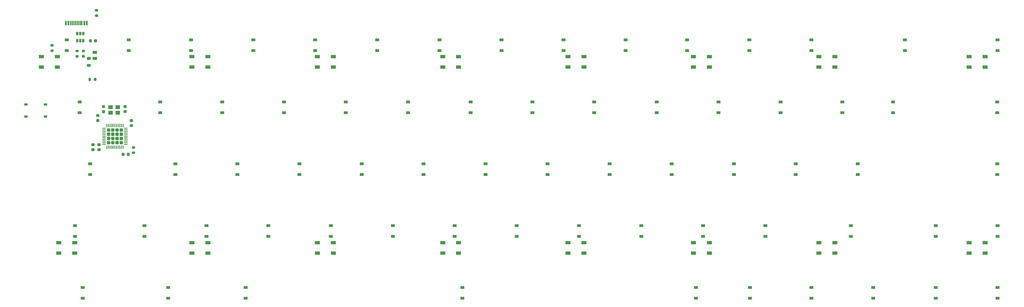
<source format=gbr>
G04 #@! TF.GenerationSoftware,KiCad,Pcbnew,(5.1.9-0-10_14)*
G04 #@! TF.CreationDate,2021-07-16T17:28:01+01:00*
G04 #@! TF.ProjectId,Draytronics-Elise-PCB V2,44726179-7472-46f6-9e69-63732d456c69,rev?*
G04 #@! TF.SameCoordinates,Original*
G04 #@! TF.FileFunction,Paste,Bot*
G04 #@! TF.FilePolarity,Positive*
%FSLAX46Y46*%
G04 Gerber Fmt 4.6, Leading zero omitted, Abs format (unit mm)*
G04 Created by KiCad (PCBNEW (5.1.9-0-10_14)) date 2021-07-16 17:28:01*
%MOMM*%
%LPD*%
G01*
G04 APERTURE LIST*
%ADD10R,1.500000X1.000000*%
%ADD11R,1.000000X0.750000*%
%ADD12R,0.600000X1.450000*%
%ADD13R,0.300000X1.450000*%
%ADD14R,1.400000X1.200000*%
%ADD15R,0.650000X1.060000*%
%ADD16R,1.200000X0.900000*%
G04 APERTURE END LIST*
G04 #@! TO.C,R6*
G36*
G01*
X47075000Y-49625000D02*
X47075000Y-50175000D01*
G75*
G02*
X46875000Y-50375000I-200000J0D01*
G01*
X46475000Y-50375000D01*
G75*
G02*
X46275000Y-50175000I0J200000D01*
G01*
X46275000Y-49625000D01*
G75*
G02*
X46475000Y-49425000I200000J0D01*
G01*
X46875000Y-49425000D01*
G75*
G02*
X47075000Y-49625000I0J-200000D01*
G01*
G37*
G36*
G01*
X48725000Y-49625000D02*
X48725000Y-50175000D01*
G75*
G02*
X48525000Y-50375000I-200000J0D01*
G01*
X48125000Y-50375000D01*
G75*
G02*
X47925000Y-50175000I0J200000D01*
G01*
X47925000Y-49625000D01*
G75*
G02*
X48125000Y-49425000I200000J0D01*
G01*
X48525000Y-49425000D01*
G75*
G02*
X48725000Y-49625000I0J-200000D01*
G01*
G37*
G04 #@! TD*
D10*
G04 #@! TO.C,D85*
X37150000Y-103400000D03*
X37150000Y-100200000D03*
X42050000Y-103400000D03*
X42050000Y-100200000D03*
G04 #@! TD*
G04 #@! TO.C,D84*
X78050000Y-103400000D03*
X78050000Y-100200000D03*
X82950000Y-103400000D03*
X82950000Y-100200000D03*
G04 #@! TD*
G04 #@! TO.C,D83*
X121450000Y-100200000D03*
X121450000Y-103400000D03*
X116550000Y-100200000D03*
X116550000Y-103400000D03*
G04 #@! TD*
G04 #@! TO.C,D82*
X159950000Y-100200000D03*
X159950000Y-103400000D03*
X155050000Y-100200000D03*
X155050000Y-103400000D03*
G04 #@! TD*
G04 #@! TO.C,D81*
X193550000Y-103400000D03*
X193550000Y-100200000D03*
X198450000Y-103400000D03*
X198450000Y-100200000D03*
G04 #@! TD*
G04 #@! TO.C,D80*
X232050000Y-103400000D03*
X232050000Y-100200000D03*
X236950000Y-103400000D03*
X236950000Y-100200000D03*
G04 #@! TD*
G04 #@! TO.C,D79*
X270550000Y-103400000D03*
X270550000Y-100200000D03*
X275450000Y-103400000D03*
X275450000Y-100200000D03*
G04 #@! TD*
G04 #@! TO.C,D78*
X316750000Y-103400000D03*
X316750000Y-100200000D03*
X321650000Y-103400000D03*
X321650000Y-100200000D03*
G04 #@! TD*
G04 #@! TO.C,D77*
X316750000Y-46100000D03*
X316750000Y-42900000D03*
X321650000Y-46100000D03*
X321650000Y-42900000D03*
G04 #@! TD*
G04 #@! TO.C,U1*
G36*
G01*
X55831800Y-65762001D02*
X55831800Y-65211999D01*
G75*
G02*
X56081799Y-64962000I249999J0D01*
G01*
X56631801Y-64962000D01*
G75*
G02*
X56881800Y-65211999I0J-249999D01*
G01*
X56881800Y-65762001D01*
G75*
G02*
X56631801Y-66012000I-249999J0D01*
G01*
X56081799Y-66012000D01*
G75*
G02*
X55831800Y-65762001I0J249999D01*
G01*
G37*
G36*
G01*
X55831800Y-67062001D02*
X55831800Y-66511999D01*
G75*
G02*
X56081799Y-66262000I249999J0D01*
G01*
X56631801Y-66262000D01*
G75*
G02*
X56881800Y-66511999I0J-249999D01*
G01*
X56881800Y-67062001D01*
G75*
G02*
X56631801Y-67312000I-249999J0D01*
G01*
X56081799Y-67312000D01*
G75*
G02*
X55831800Y-67062001I0J249999D01*
G01*
G37*
G36*
G01*
X55831800Y-68362001D02*
X55831800Y-67811999D01*
G75*
G02*
X56081799Y-67562000I249999J0D01*
G01*
X56631801Y-67562000D01*
G75*
G02*
X56881800Y-67811999I0J-249999D01*
G01*
X56881800Y-68362001D01*
G75*
G02*
X56631801Y-68612000I-249999J0D01*
G01*
X56081799Y-68612000D01*
G75*
G02*
X55831800Y-68362001I0J249999D01*
G01*
G37*
G36*
G01*
X55831800Y-69662001D02*
X55831800Y-69111999D01*
G75*
G02*
X56081799Y-68862000I249999J0D01*
G01*
X56631801Y-68862000D01*
G75*
G02*
X56881800Y-69111999I0J-249999D01*
G01*
X56881800Y-69662001D01*
G75*
G02*
X56631801Y-69912000I-249999J0D01*
G01*
X56081799Y-69912000D01*
G75*
G02*
X55831800Y-69662001I0J249999D01*
G01*
G37*
G36*
G01*
X54531800Y-65762001D02*
X54531800Y-65211999D01*
G75*
G02*
X54781799Y-64962000I249999J0D01*
G01*
X55331801Y-64962000D01*
G75*
G02*
X55581800Y-65211999I0J-249999D01*
G01*
X55581800Y-65762001D01*
G75*
G02*
X55331801Y-66012000I-249999J0D01*
G01*
X54781799Y-66012000D01*
G75*
G02*
X54531800Y-65762001I0J249999D01*
G01*
G37*
G36*
G01*
X54531800Y-67062001D02*
X54531800Y-66511999D01*
G75*
G02*
X54781799Y-66262000I249999J0D01*
G01*
X55331801Y-66262000D01*
G75*
G02*
X55581800Y-66511999I0J-249999D01*
G01*
X55581800Y-67062001D01*
G75*
G02*
X55331801Y-67312000I-249999J0D01*
G01*
X54781799Y-67312000D01*
G75*
G02*
X54531800Y-67062001I0J249999D01*
G01*
G37*
G36*
G01*
X54531800Y-68362001D02*
X54531800Y-67811999D01*
G75*
G02*
X54781799Y-67562000I249999J0D01*
G01*
X55331801Y-67562000D01*
G75*
G02*
X55581800Y-67811999I0J-249999D01*
G01*
X55581800Y-68362001D01*
G75*
G02*
X55331801Y-68612000I-249999J0D01*
G01*
X54781799Y-68612000D01*
G75*
G02*
X54531800Y-68362001I0J249999D01*
G01*
G37*
G36*
G01*
X54531800Y-69662001D02*
X54531800Y-69111999D01*
G75*
G02*
X54781799Y-68862000I249999J0D01*
G01*
X55331801Y-68862000D01*
G75*
G02*
X55581800Y-69111999I0J-249999D01*
G01*
X55581800Y-69662001D01*
G75*
G02*
X55331801Y-69912000I-249999J0D01*
G01*
X54781799Y-69912000D01*
G75*
G02*
X54531800Y-69662001I0J249999D01*
G01*
G37*
G36*
G01*
X53231800Y-65762001D02*
X53231800Y-65211999D01*
G75*
G02*
X53481799Y-64962000I249999J0D01*
G01*
X54031801Y-64962000D01*
G75*
G02*
X54281800Y-65211999I0J-249999D01*
G01*
X54281800Y-65762001D01*
G75*
G02*
X54031801Y-66012000I-249999J0D01*
G01*
X53481799Y-66012000D01*
G75*
G02*
X53231800Y-65762001I0J249999D01*
G01*
G37*
G36*
G01*
X53231800Y-67062001D02*
X53231800Y-66511999D01*
G75*
G02*
X53481799Y-66262000I249999J0D01*
G01*
X54031801Y-66262000D01*
G75*
G02*
X54281800Y-66511999I0J-249999D01*
G01*
X54281800Y-67062001D01*
G75*
G02*
X54031801Y-67312000I-249999J0D01*
G01*
X53481799Y-67312000D01*
G75*
G02*
X53231800Y-67062001I0J249999D01*
G01*
G37*
G36*
G01*
X53231800Y-68362001D02*
X53231800Y-67811999D01*
G75*
G02*
X53481799Y-67562000I249999J0D01*
G01*
X54031801Y-67562000D01*
G75*
G02*
X54281800Y-67811999I0J-249999D01*
G01*
X54281800Y-68362001D01*
G75*
G02*
X54031801Y-68612000I-249999J0D01*
G01*
X53481799Y-68612000D01*
G75*
G02*
X53231800Y-68362001I0J249999D01*
G01*
G37*
G36*
G01*
X53231800Y-69662001D02*
X53231800Y-69111999D01*
G75*
G02*
X53481799Y-68862000I249999J0D01*
G01*
X54031801Y-68862000D01*
G75*
G02*
X54281800Y-69111999I0J-249999D01*
G01*
X54281800Y-69662001D01*
G75*
G02*
X54031801Y-69912000I-249999J0D01*
G01*
X53481799Y-69912000D01*
G75*
G02*
X53231800Y-69662001I0J249999D01*
G01*
G37*
G36*
G01*
X51931800Y-65762001D02*
X51931800Y-65211999D01*
G75*
G02*
X52181799Y-64962000I249999J0D01*
G01*
X52731801Y-64962000D01*
G75*
G02*
X52981800Y-65211999I0J-249999D01*
G01*
X52981800Y-65762001D01*
G75*
G02*
X52731801Y-66012000I-249999J0D01*
G01*
X52181799Y-66012000D01*
G75*
G02*
X51931800Y-65762001I0J249999D01*
G01*
G37*
G36*
G01*
X51931800Y-67062001D02*
X51931800Y-66511999D01*
G75*
G02*
X52181799Y-66262000I249999J0D01*
G01*
X52731801Y-66262000D01*
G75*
G02*
X52981800Y-66511999I0J-249999D01*
G01*
X52981800Y-67062001D01*
G75*
G02*
X52731801Y-67312000I-249999J0D01*
G01*
X52181799Y-67312000D01*
G75*
G02*
X51931800Y-67062001I0J249999D01*
G01*
G37*
G36*
G01*
X51931800Y-68362001D02*
X51931800Y-67811999D01*
G75*
G02*
X52181799Y-67562000I249999J0D01*
G01*
X52731801Y-67562000D01*
G75*
G02*
X52981800Y-67811999I0J-249999D01*
G01*
X52981800Y-68362001D01*
G75*
G02*
X52731801Y-68612000I-249999J0D01*
G01*
X52181799Y-68612000D01*
G75*
G02*
X51931800Y-68362001I0J249999D01*
G01*
G37*
G36*
G01*
X51931800Y-69662001D02*
X51931800Y-69111999D01*
G75*
G02*
X52181799Y-68862000I249999J0D01*
G01*
X52731801Y-68862000D01*
G75*
G02*
X52981800Y-69111999I0J-249999D01*
G01*
X52981800Y-69662001D01*
G75*
G02*
X52731801Y-69912000I-249999J0D01*
G01*
X52181799Y-69912000D01*
G75*
G02*
X51931800Y-69662001I0J249999D01*
G01*
G37*
G36*
G01*
X51781800Y-71249500D02*
X51781800Y-70299500D01*
G75*
G02*
X51844300Y-70237000I62500J0D01*
G01*
X51969300Y-70237000D01*
G75*
G02*
X52031800Y-70299500I0J-62500D01*
G01*
X52031800Y-71249500D01*
G75*
G02*
X51969300Y-71312000I-62500J0D01*
G01*
X51844300Y-71312000D01*
G75*
G02*
X51781800Y-71249500I0J62500D01*
G01*
G37*
G36*
G01*
X52281800Y-71249500D02*
X52281800Y-70299500D01*
G75*
G02*
X52344300Y-70237000I62500J0D01*
G01*
X52469300Y-70237000D01*
G75*
G02*
X52531800Y-70299500I0J-62500D01*
G01*
X52531800Y-71249500D01*
G75*
G02*
X52469300Y-71312000I-62500J0D01*
G01*
X52344300Y-71312000D01*
G75*
G02*
X52281800Y-71249500I0J62500D01*
G01*
G37*
G36*
G01*
X52781800Y-71249500D02*
X52781800Y-70299500D01*
G75*
G02*
X52844300Y-70237000I62500J0D01*
G01*
X52969300Y-70237000D01*
G75*
G02*
X53031800Y-70299500I0J-62500D01*
G01*
X53031800Y-71249500D01*
G75*
G02*
X52969300Y-71312000I-62500J0D01*
G01*
X52844300Y-71312000D01*
G75*
G02*
X52781800Y-71249500I0J62500D01*
G01*
G37*
G36*
G01*
X53281800Y-71249500D02*
X53281800Y-70299500D01*
G75*
G02*
X53344300Y-70237000I62500J0D01*
G01*
X53469300Y-70237000D01*
G75*
G02*
X53531800Y-70299500I0J-62500D01*
G01*
X53531800Y-71249500D01*
G75*
G02*
X53469300Y-71312000I-62500J0D01*
G01*
X53344300Y-71312000D01*
G75*
G02*
X53281800Y-71249500I0J62500D01*
G01*
G37*
G36*
G01*
X53781800Y-71249500D02*
X53781800Y-70299500D01*
G75*
G02*
X53844300Y-70237000I62500J0D01*
G01*
X53969300Y-70237000D01*
G75*
G02*
X54031800Y-70299500I0J-62500D01*
G01*
X54031800Y-71249500D01*
G75*
G02*
X53969300Y-71312000I-62500J0D01*
G01*
X53844300Y-71312000D01*
G75*
G02*
X53781800Y-71249500I0J62500D01*
G01*
G37*
G36*
G01*
X54281800Y-71249500D02*
X54281800Y-70299500D01*
G75*
G02*
X54344300Y-70237000I62500J0D01*
G01*
X54469300Y-70237000D01*
G75*
G02*
X54531800Y-70299500I0J-62500D01*
G01*
X54531800Y-71249500D01*
G75*
G02*
X54469300Y-71312000I-62500J0D01*
G01*
X54344300Y-71312000D01*
G75*
G02*
X54281800Y-71249500I0J62500D01*
G01*
G37*
G36*
G01*
X54781800Y-71249500D02*
X54781800Y-70299500D01*
G75*
G02*
X54844300Y-70237000I62500J0D01*
G01*
X54969300Y-70237000D01*
G75*
G02*
X55031800Y-70299500I0J-62500D01*
G01*
X55031800Y-71249500D01*
G75*
G02*
X54969300Y-71312000I-62500J0D01*
G01*
X54844300Y-71312000D01*
G75*
G02*
X54781800Y-71249500I0J62500D01*
G01*
G37*
G36*
G01*
X55281800Y-71249500D02*
X55281800Y-70299500D01*
G75*
G02*
X55344300Y-70237000I62500J0D01*
G01*
X55469300Y-70237000D01*
G75*
G02*
X55531800Y-70299500I0J-62500D01*
G01*
X55531800Y-71249500D01*
G75*
G02*
X55469300Y-71312000I-62500J0D01*
G01*
X55344300Y-71312000D01*
G75*
G02*
X55281800Y-71249500I0J62500D01*
G01*
G37*
G36*
G01*
X55781800Y-71249500D02*
X55781800Y-70299500D01*
G75*
G02*
X55844300Y-70237000I62500J0D01*
G01*
X55969300Y-70237000D01*
G75*
G02*
X56031800Y-70299500I0J-62500D01*
G01*
X56031800Y-71249500D01*
G75*
G02*
X55969300Y-71312000I-62500J0D01*
G01*
X55844300Y-71312000D01*
G75*
G02*
X55781800Y-71249500I0J62500D01*
G01*
G37*
G36*
G01*
X56281800Y-71249500D02*
X56281800Y-70299500D01*
G75*
G02*
X56344300Y-70237000I62500J0D01*
G01*
X56469300Y-70237000D01*
G75*
G02*
X56531800Y-70299500I0J-62500D01*
G01*
X56531800Y-71249500D01*
G75*
G02*
X56469300Y-71312000I-62500J0D01*
G01*
X56344300Y-71312000D01*
G75*
G02*
X56281800Y-71249500I0J62500D01*
G01*
G37*
G36*
G01*
X56781800Y-71249500D02*
X56781800Y-70299500D01*
G75*
G02*
X56844300Y-70237000I62500J0D01*
G01*
X56969300Y-70237000D01*
G75*
G02*
X57031800Y-70299500I0J-62500D01*
G01*
X57031800Y-71249500D01*
G75*
G02*
X56969300Y-71312000I-62500J0D01*
G01*
X56844300Y-71312000D01*
G75*
G02*
X56781800Y-71249500I0J62500D01*
G01*
G37*
G36*
G01*
X57206800Y-69999500D02*
X57206800Y-69874500D01*
G75*
G02*
X57269300Y-69812000I62500J0D01*
G01*
X58219300Y-69812000D01*
G75*
G02*
X58281800Y-69874500I0J-62500D01*
G01*
X58281800Y-69999500D01*
G75*
G02*
X58219300Y-70062000I-62500J0D01*
G01*
X57269300Y-70062000D01*
G75*
G02*
X57206800Y-69999500I0J62500D01*
G01*
G37*
G36*
G01*
X57206800Y-69499500D02*
X57206800Y-69374500D01*
G75*
G02*
X57269300Y-69312000I62500J0D01*
G01*
X58219300Y-69312000D01*
G75*
G02*
X58281800Y-69374500I0J-62500D01*
G01*
X58281800Y-69499500D01*
G75*
G02*
X58219300Y-69562000I-62500J0D01*
G01*
X57269300Y-69562000D01*
G75*
G02*
X57206800Y-69499500I0J62500D01*
G01*
G37*
G36*
G01*
X57206800Y-68999500D02*
X57206800Y-68874500D01*
G75*
G02*
X57269300Y-68812000I62500J0D01*
G01*
X58219300Y-68812000D01*
G75*
G02*
X58281800Y-68874500I0J-62500D01*
G01*
X58281800Y-68999500D01*
G75*
G02*
X58219300Y-69062000I-62500J0D01*
G01*
X57269300Y-69062000D01*
G75*
G02*
X57206800Y-68999500I0J62500D01*
G01*
G37*
G36*
G01*
X57206800Y-68499500D02*
X57206800Y-68374500D01*
G75*
G02*
X57269300Y-68312000I62500J0D01*
G01*
X58219300Y-68312000D01*
G75*
G02*
X58281800Y-68374500I0J-62500D01*
G01*
X58281800Y-68499500D01*
G75*
G02*
X58219300Y-68562000I-62500J0D01*
G01*
X57269300Y-68562000D01*
G75*
G02*
X57206800Y-68499500I0J62500D01*
G01*
G37*
G36*
G01*
X57206800Y-67999500D02*
X57206800Y-67874500D01*
G75*
G02*
X57269300Y-67812000I62500J0D01*
G01*
X58219300Y-67812000D01*
G75*
G02*
X58281800Y-67874500I0J-62500D01*
G01*
X58281800Y-67999500D01*
G75*
G02*
X58219300Y-68062000I-62500J0D01*
G01*
X57269300Y-68062000D01*
G75*
G02*
X57206800Y-67999500I0J62500D01*
G01*
G37*
G36*
G01*
X57206800Y-67499500D02*
X57206800Y-67374500D01*
G75*
G02*
X57269300Y-67312000I62500J0D01*
G01*
X58219300Y-67312000D01*
G75*
G02*
X58281800Y-67374500I0J-62500D01*
G01*
X58281800Y-67499500D01*
G75*
G02*
X58219300Y-67562000I-62500J0D01*
G01*
X57269300Y-67562000D01*
G75*
G02*
X57206800Y-67499500I0J62500D01*
G01*
G37*
G36*
G01*
X57206800Y-66999500D02*
X57206800Y-66874500D01*
G75*
G02*
X57269300Y-66812000I62500J0D01*
G01*
X58219300Y-66812000D01*
G75*
G02*
X58281800Y-66874500I0J-62500D01*
G01*
X58281800Y-66999500D01*
G75*
G02*
X58219300Y-67062000I-62500J0D01*
G01*
X57269300Y-67062000D01*
G75*
G02*
X57206800Y-66999500I0J62500D01*
G01*
G37*
G36*
G01*
X57206800Y-66499500D02*
X57206800Y-66374500D01*
G75*
G02*
X57269300Y-66312000I62500J0D01*
G01*
X58219300Y-66312000D01*
G75*
G02*
X58281800Y-66374500I0J-62500D01*
G01*
X58281800Y-66499500D01*
G75*
G02*
X58219300Y-66562000I-62500J0D01*
G01*
X57269300Y-66562000D01*
G75*
G02*
X57206800Y-66499500I0J62500D01*
G01*
G37*
G36*
G01*
X57206800Y-65999500D02*
X57206800Y-65874500D01*
G75*
G02*
X57269300Y-65812000I62500J0D01*
G01*
X58219300Y-65812000D01*
G75*
G02*
X58281800Y-65874500I0J-62500D01*
G01*
X58281800Y-65999500D01*
G75*
G02*
X58219300Y-66062000I-62500J0D01*
G01*
X57269300Y-66062000D01*
G75*
G02*
X57206800Y-65999500I0J62500D01*
G01*
G37*
G36*
G01*
X57206800Y-65499500D02*
X57206800Y-65374500D01*
G75*
G02*
X57269300Y-65312000I62500J0D01*
G01*
X58219300Y-65312000D01*
G75*
G02*
X58281800Y-65374500I0J-62500D01*
G01*
X58281800Y-65499500D01*
G75*
G02*
X58219300Y-65562000I-62500J0D01*
G01*
X57269300Y-65562000D01*
G75*
G02*
X57206800Y-65499500I0J62500D01*
G01*
G37*
G36*
G01*
X57206800Y-64999500D02*
X57206800Y-64874500D01*
G75*
G02*
X57269300Y-64812000I62500J0D01*
G01*
X58219300Y-64812000D01*
G75*
G02*
X58281800Y-64874500I0J-62500D01*
G01*
X58281800Y-64999500D01*
G75*
G02*
X58219300Y-65062000I-62500J0D01*
G01*
X57269300Y-65062000D01*
G75*
G02*
X57206800Y-64999500I0J62500D01*
G01*
G37*
G36*
G01*
X56781800Y-64574500D02*
X56781800Y-63624500D01*
G75*
G02*
X56844300Y-63562000I62500J0D01*
G01*
X56969300Y-63562000D01*
G75*
G02*
X57031800Y-63624500I0J-62500D01*
G01*
X57031800Y-64574500D01*
G75*
G02*
X56969300Y-64637000I-62500J0D01*
G01*
X56844300Y-64637000D01*
G75*
G02*
X56781800Y-64574500I0J62500D01*
G01*
G37*
G36*
G01*
X56281800Y-64574500D02*
X56281800Y-63624500D01*
G75*
G02*
X56344300Y-63562000I62500J0D01*
G01*
X56469300Y-63562000D01*
G75*
G02*
X56531800Y-63624500I0J-62500D01*
G01*
X56531800Y-64574500D01*
G75*
G02*
X56469300Y-64637000I-62500J0D01*
G01*
X56344300Y-64637000D01*
G75*
G02*
X56281800Y-64574500I0J62500D01*
G01*
G37*
G36*
G01*
X55781800Y-64574500D02*
X55781800Y-63624500D01*
G75*
G02*
X55844300Y-63562000I62500J0D01*
G01*
X55969300Y-63562000D01*
G75*
G02*
X56031800Y-63624500I0J-62500D01*
G01*
X56031800Y-64574500D01*
G75*
G02*
X55969300Y-64637000I-62500J0D01*
G01*
X55844300Y-64637000D01*
G75*
G02*
X55781800Y-64574500I0J62500D01*
G01*
G37*
G36*
G01*
X55281800Y-64574500D02*
X55281800Y-63624500D01*
G75*
G02*
X55344300Y-63562000I62500J0D01*
G01*
X55469300Y-63562000D01*
G75*
G02*
X55531800Y-63624500I0J-62500D01*
G01*
X55531800Y-64574500D01*
G75*
G02*
X55469300Y-64637000I-62500J0D01*
G01*
X55344300Y-64637000D01*
G75*
G02*
X55281800Y-64574500I0J62500D01*
G01*
G37*
G36*
G01*
X54781800Y-64574500D02*
X54781800Y-63624500D01*
G75*
G02*
X54844300Y-63562000I62500J0D01*
G01*
X54969300Y-63562000D01*
G75*
G02*
X55031800Y-63624500I0J-62500D01*
G01*
X55031800Y-64574500D01*
G75*
G02*
X54969300Y-64637000I-62500J0D01*
G01*
X54844300Y-64637000D01*
G75*
G02*
X54781800Y-64574500I0J62500D01*
G01*
G37*
G36*
G01*
X54281800Y-64574500D02*
X54281800Y-63624500D01*
G75*
G02*
X54344300Y-63562000I62500J0D01*
G01*
X54469300Y-63562000D01*
G75*
G02*
X54531800Y-63624500I0J-62500D01*
G01*
X54531800Y-64574500D01*
G75*
G02*
X54469300Y-64637000I-62500J0D01*
G01*
X54344300Y-64637000D01*
G75*
G02*
X54281800Y-64574500I0J62500D01*
G01*
G37*
G36*
G01*
X53781800Y-64574500D02*
X53781800Y-63624500D01*
G75*
G02*
X53844300Y-63562000I62500J0D01*
G01*
X53969300Y-63562000D01*
G75*
G02*
X54031800Y-63624500I0J-62500D01*
G01*
X54031800Y-64574500D01*
G75*
G02*
X53969300Y-64637000I-62500J0D01*
G01*
X53844300Y-64637000D01*
G75*
G02*
X53781800Y-64574500I0J62500D01*
G01*
G37*
G36*
G01*
X53281800Y-64574500D02*
X53281800Y-63624500D01*
G75*
G02*
X53344300Y-63562000I62500J0D01*
G01*
X53469300Y-63562000D01*
G75*
G02*
X53531800Y-63624500I0J-62500D01*
G01*
X53531800Y-64574500D01*
G75*
G02*
X53469300Y-64637000I-62500J0D01*
G01*
X53344300Y-64637000D01*
G75*
G02*
X53281800Y-64574500I0J62500D01*
G01*
G37*
G36*
G01*
X52781800Y-64574500D02*
X52781800Y-63624500D01*
G75*
G02*
X52844300Y-63562000I62500J0D01*
G01*
X52969300Y-63562000D01*
G75*
G02*
X53031800Y-63624500I0J-62500D01*
G01*
X53031800Y-64574500D01*
G75*
G02*
X52969300Y-64637000I-62500J0D01*
G01*
X52844300Y-64637000D01*
G75*
G02*
X52781800Y-64574500I0J62500D01*
G01*
G37*
G36*
G01*
X52281800Y-64574500D02*
X52281800Y-63624500D01*
G75*
G02*
X52344300Y-63562000I62500J0D01*
G01*
X52469300Y-63562000D01*
G75*
G02*
X52531800Y-63624500I0J-62500D01*
G01*
X52531800Y-64574500D01*
G75*
G02*
X52469300Y-64637000I-62500J0D01*
G01*
X52344300Y-64637000D01*
G75*
G02*
X52281800Y-64574500I0J62500D01*
G01*
G37*
G36*
G01*
X51781800Y-64574500D02*
X51781800Y-63624500D01*
G75*
G02*
X51844300Y-63562000I62500J0D01*
G01*
X51969300Y-63562000D01*
G75*
G02*
X52031800Y-63624500I0J-62500D01*
G01*
X52031800Y-64574500D01*
G75*
G02*
X51969300Y-64637000I-62500J0D01*
G01*
X51844300Y-64637000D01*
G75*
G02*
X51781800Y-64574500I0J62500D01*
G01*
G37*
G36*
G01*
X50531800Y-64999500D02*
X50531800Y-64874500D01*
G75*
G02*
X50594300Y-64812000I62500J0D01*
G01*
X51544300Y-64812000D01*
G75*
G02*
X51606800Y-64874500I0J-62500D01*
G01*
X51606800Y-64999500D01*
G75*
G02*
X51544300Y-65062000I-62500J0D01*
G01*
X50594300Y-65062000D01*
G75*
G02*
X50531800Y-64999500I0J62500D01*
G01*
G37*
G36*
G01*
X50531800Y-65499500D02*
X50531800Y-65374500D01*
G75*
G02*
X50594300Y-65312000I62500J0D01*
G01*
X51544300Y-65312000D01*
G75*
G02*
X51606800Y-65374500I0J-62500D01*
G01*
X51606800Y-65499500D01*
G75*
G02*
X51544300Y-65562000I-62500J0D01*
G01*
X50594300Y-65562000D01*
G75*
G02*
X50531800Y-65499500I0J62500D01*
G01*
G37*
G36*
G01*
X50531800Y-65999500D02*
X50531800Y-65874500D01*
G75*
G02*
X50594300Y-65812000I62500J0D01*
G01*
X51544300Y-65812000D01*
G75*
G02*
X51606800Y-65874500I0J-62500D01*
G01*
X51606800Y-65999500D01*
G75*
G02*
X51544300Y-66062000I-62500J0D01*
G01*
X50594300Y-66062000D01*
G75*
G02*
X50531800Y-65999500I0J62500D01*
G01*
G37*
G36*
G01*
X50531800Y-66499500D02*
X50531800Y-66374500D01*
G75*
G02*
X50594300Y-66312000I62500J0D01*
G01*
X51544300Y-66312000D01*
G75*
G02*
X51606800Y-66374500I0J-62500D01*
G01*
X51606800Y-66499500D01*
G75*
G02*
X51544300Y-66562000I-62500J0D01*
G01*
X50594300Y-66562000D01*
G75*
G02*
X50531800Y-66499500I0J62500D01*
G01*
G37*
G36*
G01*
X50531800Y-66999500D02*
X50531800Y-66874500D01*
G75*
G02*
X50594300Y-66812000I62500J0D01*
G01*
X51544300Y-66812000D01*
G75*
G02*
X51606800Y-66874500I0J-62500D01*
G01*
X51606800Y-66999500D01*
G75*
G02*
X51544300Y-67062000I-62500J0D01*
G01*
X50594300Y-67062000D01*
G75*
G02*
X50531800Y-66999500I0J62500D01*
G01*
G37*
G36*
G01*
X50531800Y-67499500D02*
X50531800Y-67374500D01*
G75*
G02*
X50594300Y-67312000I62500J0D01*
G01*
X51544300Y-67312000D01*
G75*
G02*
X51606800Y-67374500I0J-62500D01*
G01*
X51606800Y-67499500D01*
G75*
G02*
X51544300Y-67562000I-62500J0D01*
G01*
X50594300Y-67562000D01*
G75*
G02*
X50531800Y-67499500I0J62500D01*
G01*
G37*
G36*
G01*
X50531800Y-67999500D02*
X50531800Y-67874500D01*
G75*
G02*
X50594300Y-67812000I62500J0D01*
G01*
X51544300Y-67812000D01*
G75*
G02*
X51606800Y-67874500I0J-62500D01*
G01*
X51606800Y-67999500D01*
G75*
G02*
X51544300Y-68062000I-62500J0D01*
G01*
X50594300Y-68062000D01*
G75*
G02*
X50531800Y-67999500I0J62500D01*
G01*
G37*
G36*
G01*
X50531800Y-68499500D02*
X50531800Y-68374500D01*
G75*
G02*
X50594300Y-68312000I62500J0D01*
G01*
X51544300Y-68312000D01*
G75*
G02*
X51606800Y-68374500I0J-62500D01*
G01*
X51606800Y-68499500D01*
G75*
G02*
X51544300Y-68562000I-62500J0D01*
G01*
X50594300Y-68562000D01*
G75*
G02*
X50531800Y-68499500I0J62500D01*
G01*
G37*
G36*
G01*
X50531800Y-68999500D02*
X50531800Y-68874500D01*
G75*
G02*
X50594300Y-68812000I62500J0D01*
G01*
X51544300Y-68812000D01*
G75*
G02*
X51606800Y-68874500I0J-62500D01*
G01*
X51606800Y-68999500D01*
G75*
G02*
X51544300Y-69062000I-62500J0D01*
G01*
X50594300Y-69062000D01*
G75*
G02*
X50531800Y-68999500I0J62500D01*
G01*
G37*
G36*
G01*
X50531800Y-69499500D02*
X50531800Y-69374500D01*
G75*
G02*
X50594300Y-69312000I62500J0D01*
G01*
X51544300Y-69312000D01*
G75*
G02*
X51606800Y-69374500I0J-62500D01*
G01*
X51606800Y-69499500D01*
G75*
G02*
X51544300Y-69562000I-62500J0D01*
G01*
X50594300Y-69562000D01*
G75*
G02*
X50531800Y-69499500I0J62500D01*
G01*
G37*
G36*
G01*
X50531800Y-69999500D02*
X50531800Y-69874500D01*
G75*
G02*
X50594300Y-69812000I62500J0D01*
G01*
X51544300Y-69812000D01*
G75*
G02*
X51606800Y-69874500I0J-62500D01*
G01*
X51606800Y-69999500D01*
G75*
G02*
X51544300Y-70062000I-62500J0D01*
G01*
X50594300Y-70062000D01*
G75*
G02*
X50531800Y-69999500I0J62500D01*
G01*
G37*
G04 #@! TD*
D11*
G04 #@! TO.C,SW1*
X33100000Y-61350000D03*
X27100000Y-61350000D03*
X27100000Y-57600000D03*
X33100000Y-57600000D03*
G04 #@! TD*
D10*
G04 #@! TO.C,D76*
X270550000Y-46100000D03*
X270550000Y-42900000D03*
X275450000Y-46100000D03*
X275450000Y-42900000D03*
G04 #@! TD*
G04 #@! TO.C,D75*
X232050000Y-46100000D03*
X232050000Y-42900000D03*
X236950000Y-46100000D03*
X236950000Y-42900000D03*
G04 #@! TD*
G04 #@! TO.C,D74*
X193550000Y-46100000D03*
X193550000Y-42900000D03*
X198450000Y-46100000D03*
X198450000Y-42900000D03*
G04 #@! TD*
G04 #@! TO.C,D73*
X155050000Y-46100000D03*
X155050000Y-42900000D03*
X159950000Y-46100000D03*
X159950000Y-42900000D03*
G04 #@! TD*
G04 #@! TO.C,D72*
X116550000Y-46100000D03*
X116550000Y-42900000D03*
X121450000Y-46100000D03*
X121450000Y-42900000D03*
G04 #@! TD*
G04 #@! TO.C,D71*
X78050000Y-46100000D03*
X78050000Y-42900000D03*
X82950000Y-46100000D03*
X82950000Y-42900000D03*
G04 #@! TD*
G04 #@! TO.C,D70*
X31850000Y-46100000D03*
X31850000Y-42900000D03*
X36750000Y-46100000D03*
X36750000Y-42900000D03*
G04 #@! TD*
D12*
G04 #@! TO.C,USB1*
X45769800Y-32545600D03*
X39319800Y-32545600D03*
X44994800Y-32545600D03*
X40094800Y-32545600D03*
D13*
X40794800Y-32545600D03*
X44294800Y-32545600D03*
X41294800Y-32545600D03*
X43794800Y-32545600D03*
X41794800Y-32545600D03*
X43294800Y-32545600D03*
X42794800Y-32545600D03*
X42294800Y-32545600D03*
G04 #@! TD*
D14*
G04 #@! TO.C,Y1*
X55301060Y-58425980D03*
X53101060Y-58425980D03*
X53101060Y-60125980D03*
X55301060Y-60125980D03*
G04 #@! TD*
D15*
G04 #@! TO.C,U2*
X43743880Y-37980800D03*
X42793880Y-37980800D03*
X44693880Y-37980800D03*
X44693880Y-35780800D03*
X43743880Y-35780800D03*
X42793880Y-35780800D03*
G04 #@! TD*
G04 #@! TO.C,R5*
G36*
G01*
X48480300Y-29858520D02*
X49030300Y-29858520D01*
G75*
G02*
X49230300Y-30058520I0J-200000D01*
G01*
X49230300Y-30458520D01*
G75*
G02*
X49030300Y-30658520I-200000J0D01*
G01*
X48480300Y-30658520D01*
G75*
G02*
X48280300Y-30458520I0J200000D01*
G01*
X48280300Y-30058520D01*
G75*
G02*
X48480300Y-29858520I200000J0D01*
G01*
G37*
G36*
G01*
X48480300Y-28208520D02*
X49030300Y-28208520D01*
G75*
G02*
X49230300Y-28408520I0J-200000D01*
G01*
X49230300Y-28808520D01*
G75*
G02*
X49030300Y-29008520I-200000J0D01*
G01*
X48480300Y-29008520D01*
G75*
G02*
X48280300Y-28808520I0J200000D01*
G01*
X48280300Y-28408520D01*
G75*
G02*
X48480300Y-28208520I200000J0D01*
G01*
G37*
G04 #@! TD*
G04 #@! TO.C,R4*
G36*
G01*
X34817640Y-40640820D02*
X35367640Y-40640820D01*
G75*
G02*
X35567640Y-40840820I0J-200000D01*
G01*
X35567640Y-41240820D01*
G75*
G02*
X35367640Y-41440820I-200000J0D01*
G01*
X34817640Y-41440820D01*
G75*
G02*
X34617640Y-41240820I0J200000D01*
G01*
X34617640Y-40840820D01*
G75*
G02*
X34817640Y-40640820I200000J0D01*
G01*
G37*
G36*
G01*
X34817640Y-38990820D02*
X35367640Y-38990820D01*
G75*
G02*
X35567640Y-39190820I0J-200000D01*
G01*
X35567640Y-39590820D01*
G75*
G02*
X35367640Y-39790820I-200000J0D01*
G01*
X34817640Y-39790820D01*
G75*
G02*
X34617640Y-39590820I0J200000D01*
G01*
X34617640Y-39190820D01*
G75*
G02*
X34817640Y-38990820I200000J0D01*
G01*
G37*
G04 #@! TD*
G04 #@! TO.C,R3*
G36*
G01*
X44971380Y-41556120D02*
X44421380Y-41556120D01*
G75*
G02*
X44221380Y-41356120I0J200000D01*
G01*
X44221380Y-40956120D01*
G75*
G02*
X44421380Y-40756120I200000J0D01*
G01*
X44971380Y-40756120D01*
G75*
G02*
X45171380Y-40956120I0J-200000D01*
G01*
X45171380Y-41356120D01*
G75*
G02*
X44971380Y-41556120I-200000J0D01*
G01*
G37*
G36*
G01*
X44971380Y-43206120D02*
X44421380Y-43206120D01*
G75*
G02*
X44221380Y-43006120I0J200000D01*
G01*
X44221380Y-42606120D01*
G75*
G02*
X44421380Y-42406120I200000J0D01*
G01*
X44971380Y-42406120D01*
G75*
G02*
X45171380Y-42606120I0J-200000D01*
G01*
X45171380Y-43006120D01*
G75*
G02*
X44971380Y-43206120I-200000J0D01*
G01*
G37*
G04 #@! TD*
G04 #@! TO.C,R2*
G36*
G01*
X43071460Y-41551040D02*
X42521460Y-41551040D01*
G75*
G02*
X42321460Y-41351040I0J200000D01*
G01*
X42321460Y-40951040D01*
G75*
G02*
X42521460Y-40751040I200000J0D01*
G01*
X43071460Y-40751040D01*
G75*
G02*
X43271460Y-40951040I0J-200000D01*
G01*
X43271460Y-41351040D01*
G75*
G02*
X43071460Y-41551040I-200000J0D01*
G01*
G37*
G36*
G01*
X43071460Y-43201040D02*
X42521460Y-43201040D01*
G75*
G02*
X42321460Y-43001040I0J200000D01*
G01*
X42321460Y-42601040D01*
G75*
G02*
X42521460Y-42401040I200000J0D01*
G01*
X43071460Y-42401040D01*
G75*
G02*
X43271460Y-42601040I0J-200000D01*
G01*
X43271460Y-43001040D01*
G75*
G02*
X43071460Y-43201040I-200000J0D01*
G01*
G37*
G04 #@! TD*
G04 #@! TO.C,R1*
G36*
G01*
X60358700Y-71241100D02*
X59808700Y-71241100D01*
G75*
G02*
X59608700Y-71041100I0J200000D01*
G01*
X59608700Y-70641100D01*
G75*
G02*
X59808700Y-70441100I200000J0D01*
G01*
X60358700Y-70441100D01*
G75*
G02*
X60558700Y-70641100I0J-200000D01*
G01*
X60558700Y-71041100D01*
G75*
G02*
X60358700Y-71241100I-200000J0D01*
G01*
G37*
G36*
G01*
X60358700Y-72891100D02*
X59808700Y-72891100D01*
G75*
G02*
X59608700Y-72691100I0J200000D01*
G01*
X59608700Y-72291100D01*
G75*
G02*
X59808700Y-72091100I200000J0D01*
G01*
X60358700Y-72091100D01*
G75*
G02*
X60558700Y-72291100I0J-200000D01*
G01*
X60558700Y-72691100D01*
G75*
G02*
X60358700Y-72891100I-200000J0D01*
G01*
G37*
G04 #@! TD*
G04 #@! TO.C,FB1*
G36*
G01*
X45999150Y-45125800D02*
X46761650Y-45125800D01*
G75*
G02*
X46980400Y-45344550I0J-218750D01*
G01*
X46980400Y-45782050D01*
G75*
G02*
X46761650Y-46000800I-218750J0D01*
G01*
X45999150Y-46000800D01*
G75*
G02*
X45780400Y-45782050I0J218750D01*
G01*
X45780400Y-45344550D01*
G75*
G02*
X45999150Y-45125800I218750J0D01*
G01*
G37*
G36*
G01*
X45999150Y-43000800D02*
X46761650Y-43000800D01*
G75*
G02*
X46980400Y-43219550I0J-218750D01*
G01*
X46980400Y-43657050D01*
G75*
G02*
X46761650Y-43875800I-218750J0D01*
G01*
X45999150Y-43875800D01*
G75*
G02*
X45780400Y-43657050I0J218750D01*
G01*
X45780400Y-43219550D01*
G75*
G02*
X45999150Y-43000800I218750J0D01*
G01*
G37*
G04 #@! TD*
G04 #@! TO.C,F1*
G36*
G01*
X47778350Y-42944200D02*
X48690850Y-42944200D01*
G75*
G02*
X48934600Y-43187950I0J-243750D01*
G01*
X48934600Y-43675450D01*
G75*
G02*
X48690850Y-43919200I-243750J0D01*
G01*
X47778350Y-43919200D01*
G75*
G02*
X47534600Y-43675450I0J243750D01*
G01*
X47534600Y-43187950D01*
G75*
G02*
X47778350Y-42944200I243750J0D01*
G01*
G37*
G36*
G01*
X47778350Y-41069200D02*
X48690850Y-41069200D01*
G75*
G02*
X48934600Y-41312950I0J-243750D01*
G01*
X48934600Y-41800450D01*
G75*
G02*
X48690850Y-42044200I-243750J0D01*
G01*
X47778350Y-42044200D01*
G75*
G02*
X47534600Y-41800450I0J243750D01*
G01*
X47534600Y-41312950D01*
G75*
G02*
X47778350Y-41069200I243750J0D01*
G01*
G37*
G04 #@! TD*
G04 #@! TO.C,C8*
G36*
G01*
X47998260Y-38243320D02*
X47998260Y-37743320D01*
G75*
G02*
X48223260Y-37518320I225000J0D01*
G01*
X48673260Y-37518320D01*
G75*
G02*
X48898260Y-37743320I0J-225000D01*
G01*
X48898260Y-38243320D01*
G75*
G02*
X48673260Y-38468320I-225000J0D01*
G01*
X48223260Y-38468320D01*
G75*
G02*
X47998260Y-38243320I0J225000D01*
G01*
G37*
G36*
G01*
X46448260Y-38243320D02*
X46448260Y-37743320D01*
G75*
G02*
X46673260Y-37518320I225000J0D01*
G01*
X47123260Y-37518320D01*
G75*
G02*
X47348260Y-37743320I0J-225000D01*
G01*
X47348260Y-38243320D01*
G75*
G02*
X47123260Y-38468320I-225000J0D01*
G01*
X46673260Y-38468320D01*
G75*
G02*
X46448260Y-38243320I0J225000D01*
G01*
G37*
G04 #@! TD*
G04 #@! TO.C,C7*
G36*
G01*
X47400400Y-71114800D02*
X47900400Y-71114800D01*
G75*
G02*
X48125400Y-71339800I0J-225000D01*
G01*
X48125400Y-71789800D01*
G75*
G02*
X47900400Y-72014800I-225000J0D01*
G01*
X47400400Y-72014800D01*
G75*
G02*
X47175400Y-71789800I0J225000D01*
G01*
X47175400Y-71339800D01*
G75*
G02*
X47400400Y-71114800I225000J0D01*
G01*
G37*
G36*
G01*
X47400400Y-69564800D02*
X47900400Y-69564800D01*
G75*
G02*
X48125400Y-69789800I0J-225000D01*
G01*
X48125400Y-70239800D01*
G75*
G02*
X47900400Y-70464800I-225000J0D01*
G01*
X47400400Y-70464800D01*
G75*
G02*
X47175400Y-70239800I0J225000D01*
G01*
X47175400Y-69789800D01*
G75*
G02*
X47400400Y-69564800I225000J0D01*
G01*
G37*
G04 #@! TD*
G04 #@! TO.C,C6*
G36*
G01*
X57291160Y-59372380D02*
X57791160Y-59372380D01*
G75*
G02*
X58016160Y-59597380I0J-225000D01*
G01*
X58016160Y-60047380D01*
G75*
G02*
X57791160Y-60272380I-225000J0D01*
G01*
X57291160Y-60272380D01*
G75*
G02*
X57066160Y-60047380I0J225000D01*
G01*
X57066160Y-59597380D01*
G75*
G02*
X57291160Y-59372380I225000J0D01*
G01*
G37*
G36*
G01*
X57291160Y-57822380D02*
X57791160Y-57822380D01*
G75*
G02*
X58016160Y-58047380I0J-225000D01*
G01*
X58016160Y-58497380D01*
G75*
G02*
X57791160Y-58722380I-225000J0D01*
G01*
X57291160Y-58722380D01*
G75*
G02*
X57066160Y-58497380I0J225000D01*
G01*
X57066160Y-58047380D01*
G75*
G02*
X57291160Y-57822380I225000J0D01*
G01*
G37*
G04 #@! TD*
G04 #@! TO.C,C5*
G36*
G01*
X51143980Y-58737620D02*
X50643980Y-58737620D01*
G75*
G02*
X50418980Y-58512620I0J225000D01*
G01*
X50418980Y-58062620D01*
G75*
G02*
X50643980Y-57837620I225000J0D01*
G01*
X51143980Y-57837620D01*
G75*
G02*
X51368980Y-58062620I0J-225000D01*
G01*
X51368980Y-58512620D01*
G75*
G02*
X51143980Y-58737620I-225000J0D01*
G01*
G37*
G36*
G01*
X51143980Y-60287620D02*
X50643980Y-60287620D01*
G75*
G02*
X50418980Y-60062620I0J225000D01*
G01*
X50418980Y-59612620D01*
G75*
G02*
X50643980Y-59387620I225000J0D01*
G01*
X51143980Y-59387620D01*
G75*
G02*
X51368980Y-59612620I0J-225000D01*
G01*
X51368980Y-60062620D01*
G75*
G02*
X51143980Y-60287620I-225000J0D01*
G01*
G37*
G04 #@! TD*
G04 #@! TO.C,C4*
G36*
G01*
X57371100Y-72724200D02*
X57371100Y-73224200D01*
G75*
G02*
X57146100Y-73449200I-225000J0D01*
G01*
X56696100Y-73449200D01*
G75*
G02*
X56471100Y-73224200I0J225000D01*
G01*
X56471100Y-72724200D01*
G75*
G02*
X56696100Y-72499200I225000J0D01*
G01*
X57146100Y-72499200D01*
G75*
G02*
X57371100Y-72724200I0J-225000D01*
G01*
G37*
G36*
G01*
X58921100Y-72724200D02*
X58921100Y-73224200D01*
G75*
G02*
X58696100Y-73449200I-225000J0D01*
G01*
X58246100Y-73449200D01*
G75*
G02*
X58021100Y-73224200I0J225000D01*
G01*
X58021100Y-72724200D01*
G75*
G02*
X58246100Y-72499200I225000J0D01*
G01*
X58696100Y-72499200D01*
G75*
G02*
X58921100Y-72724200I0J-225000D01*
G01*
G37*
G04 #@! TD*
G04 #@! TO.C,C3*
G36*
G01*
X59711400Y-63035300D02*
X59211400Y-63035300D01*
G75*
G02*
X58986400Y-62810300I0J225000D01*
G01*
X58986400Y-62360300D01*
G75*
G02*
X59211400Y-62135300I225000J0D01*
G01*
X59711400Y-62135300D01*
G75*
G02*
X59936400Y-62360300I0J-225000D01*
G01*
X59936400Y-62810300D01*
G75*
G02*
X59711400Y-63035300I-225000J0D01*
G01*
G37*
G36*
G01*
X59711400Y-64585300D02*
X59211400Y-64585300D01*
G75*
G02*
X58986400Y-64360300I0J225000D01*
G01*
X58986400Y-63910300D01*
G75*
G02*
X59211400Y-63685300I225000J0D01*
G01*
X59711400Y-63685300D01*
G75*
G02*
X59936400Y-63910300I0J-225000D01*
G01*
X59936400Y-64360300D01*
G75*
G02*
X59711400Y-64585300I-225000J0D01*
G01*
G37*
G04 #@! TD*
G04 #@! TO.C,C2*
G36*
G01*
X49399000Y-61460500D02*
X48899000Y-61460500D01*
G75*
G02*
X48674000Y-61235500I0J225000D01*
G01*
X48674000Y-60785500D01*
G75*
G02*
X48899000Y-60560500I225000J0D01*
G01*
X49399000Y-60560500D01*
G75*
G02*
X49624000Y-60785500I0J-225000D01*
G01*
X49624000Y-61235500D01*
G75*
G02*
X49399000Y-61460500I-225000J0D01*
G01*
G37*
G36*
G01*
X49399000Y-63010500D02*
X48899000Y-63010500D01*
G75*
G02*
X48674000Y-62785500I0J225000D01*
G01*
X48674000Y-62335500D01*
G75*
G02*
X48899000Y-62110500I225000J0D01*
G01*
X49399000Y-62110500D01*
G75*
G02*
X49624000Y-62335500I0J-225000D01*
G01*
X49624000Y-62785500D01*
G75*
G02*
X49399000Y-63010500I-225000J0D01*
G01*
G37*
G04 #@! TD*
G04 #@! TO.C,C1*
G36*
G01*
X49267300Y-71102100D02*
X49767300Y-71102100D01*
G75*
G02*
X49992300Y-71327100I0J-225000D01*
G01*
X49992300Y-71777100D01*
G75*
G02*
X49767300Y-72002100I-225000J0D01*
G01*
X49267300Y-72002100D01*
G75*
G02*
X49042300Y-71777100I0J225000D01*
G01*
X49042300Y-71327100D01*
G75*
G02*
X49267300Y-71102100I225000J0D01*
G01*
G37*
G36*
G01*
X49267300Y-69552100D02*
X49767300Y-69552100D01*
G75*
G02*
X49992300Y-69777100I0J-225000D01*
G01*
X49992300Y-70227100D01*
G75*
G02*
X49767300Y-70452100I-225000J0D01*
G01*
X49267300Y-70452100D01*
G75*
G02*
X49042300Y-70227100I0J225000D01*
G01*
X49042300Y-69777100D01*
G75*
G02*
X49267300Y-69552100I225000J0D01*
G01*
G37*
G04 #@! TD*
D16*
G04 #@! TO.C,D69*
X325424800Y-114008900D03*
X325424800Y-117308900D03*
G04 #@! TD*
G04 #@! TO.C,D68*
X306463700Y-114008900D03*
X306463700Y-117308900D03*
G04 #@! TD*
G04 #@! TO.C,D67*
X287274000Y-114008900D03*
X287274000Y-117308900D03*
G04 #@! TD*
G04 #@! TO.C,D66*
X268287500Y-114008900D03*
X268287500Y-117308900D03*
G04 #@! TD*
G04 #@! TO.C,D65*
X249415300Y-114008900D03*
X249415300Y-117308900D03*
G04 #@! TD*
G04 #@! TO.C,D64*
X232778300Y-114008900D03*
X232778300Y-117308900D03*
G04 #@! TD*
G04 #@! TO.C,D63*
X161137600Y-114008900D03*
X161137600Y-117308900D03*
G04 #@! TD*
G04 #@! TO.C,D62*
X94589600Y-114008900D03*
X94589600Y-117308900D03*
G04 #@! TD*
G04 #@! TO.C,D61*
X70726300Y-114008900D03*
X70726300Y-117308900D03*
G04 #@! TD*
G04 #@! TO.C,D60*
X44475400Y-114008900D03*
X44475400Y-117308900D03*
G04 #@! TD*
G04 #@! TO.C,D59*
X325462900Y-94971600D03*
X325462900Y-98271600D03*
G04 #@! TD*
G04 #@! TO.C,D58*
X306438300Y-94971600D03*
X306438300Y-98271600D03*
G04 #@! TD*
G04 #@! TO.C,D57*
X280428700Y-94971600D03*
X280428700Y-98271600D03*
G04 #@! TD*
G04 #@! TO.C,D56*
X254127000Y-94971600D03*
X254127000Y-98271600D03*
G04 #@! TD*
G04 #@! TO.C,D55*
X234975400Y-94971600D03*
X234975400Y-98271600D03*
G04 #@! TD*
G04 #@! TO.C,D54*
X216052400Y-94971600D03*
X216052400Y-98271600D03*
G04 #@! TD*
G04 #@! TO.C,D53*
X196938900Y-94971600D03*
X196938900Y-98271600D03*
G04 #@! TD*
G04 #@! TO.C,D52*
X177761900Y-94971600D03*
X177761900Y-98271600D03*
G04 #@! TD*
G04 #@! TO.C,D51*
X158711900Y-94971600D03*
X158711900Y-98271600D03*
G04 #@! TD*
G04 #@! TO.C,D50*
X139788900Y-94971600D03*
X139788900Y-98271600D03*
G04 #@! TD*
G04 #@! TO.C,D49*
X120738900Y-94971600D03*
X120738900Y-98271600D03*
G04 #@! TD*
G04 #@! TO.C,D48*
X101511100Y-94971600D03*
X101511100Y-98271600D03*
G04 #@! TD*
G04 #@! TO.C,D47*
X82550000Y-94971600D03*
X82550000Y-98271600D03*
G04 #@! TD*
G04 #@! TO.C,D46*
X63512700Y-94971600D03*
X63512700Y-98271600D03*
G04 #@! TD*
G04 #@! TO.C,D45*
X42100500Y-94971600D03*
X42100500Y-98271600D03*
G04 #@! TD*
G04 #@! TO.C,D44*
X325361300Y-75896200D03*
X325361300Y-79196200D03*
G04 #@! TD*
G04 #@! TO.C,D43*
X282498800Y-75896200D03*
X282498800Y-79196200D03*
G04 #@! TD*
G04 #@! TO.C,D42*
X263461500Y-75896200D03*
X263461500Y-79196200D03*
G04 #@! TD*
G04 #@! TO.C,D41*
X244475000Y-75896200D03*
X244475000Y-79196200D03*
G04 #@! TD*
G04 #@! TO.C,D40*
X225348800Y-75896200D03*
X225348800Y-79196200D03*
G04 #@! TD*
G04 #@! TO.C,D39*
X206349600Y-75896200D03*
X206349600Y-79196200D03*
G04 #@! TD*
G04 #@! TO.C,D38*
X187223400Y-75896200D03*
X187223400Y-79196200D03*
G04 #@! TD*
G04 #@! TO.C,D37*
X168249600Y-75896200D03*
X168249600Y-79196200D03*
G04 #@! TD*
G04 #@! TO.C,D36*
X149136100Y-75896200D03*
X149136100Y-79196200D03*
G04 #@! TD*
G04 #@! TO.C,D35*
X130187700Y-75896200D03*
X130187700Y-79196200D03*
G04 #@! TD*
G04 #@! TO.C,D34*
X111048800Y-75896200D03*
X111048800Y-79196200D03*
G04 #@! TD*
G04 #@! TO.C,D33*
X92049600Y-75896200D03*
X92049600Y-79196200D03*
G04 #@! TD*
G04 #@! TO.C,D32*
X72986900Y-75896200D03*
X72986900Y-79196200D03*
G04 #@! TD*
G04 #@! TO.C,D31*
X46786800Y-75896200D03*
X46786800Y-79196200D03*
G04 #@! TD*
G04 #@! TO.C,D30*
X325335900Y-56820800D03*
X325335900Y-60120800D03*
G04 #@! TD*
G04 #@! TO.C,D29*
X293319200Y-56820800D03*
X293319200Y-60120800D03*
G04 #@! TD*
G04 #@! TO.C,D28*
X277761700Y-56820800D03*
X277761700Y-60120800D03*
G04 #@! TD*
G04 #@! TO.C,D27*
X258826000Y-56820800D03*
X258826000Y-60120800D03*
G04 #@! TD*
G04 #@! TO.C,D26*
X239776000Y-56820800D03*
X239776000Y-60120800D03*
G04 #@! TD*
G04 #@! TO.C,D25*
X220751400Y-56820800D03*
X220751400Y-60120800D03*
G04 #@! TD*
G04 #@! TO.C,D24*
X201599800Y-56820800D03*
X201599800Y-60120800D03*
G04 #@! TD*
G04 #@! TO.C,D23*
X182575200Y-56820800D03*
X182575200Y-60120800D03*
G04 #@! TD*
G04 #@! TO.C,D22*
X163639500Y-56820800D03*
X163639500Y-60120800D03*
G04 #@! TD*
G04 #@! TO.C,D21*
X144424400Y-56820800D03*
X144424400Y-60120800D03*
G04 #@! TD*
G04 #@! TO.C,D20*
X125285500Y-56820800D03*
X125285500Y-60120800D03*
G04 #@! TD*
G04 #@! TO.C,D19*
X106324400Y-56820800D03*
X106324400Y-60120800D03*
G04 #@! TD*
G04 #@! TO.C,D18*
X87325200Y-56820800D03*
X87325200Y-60120800D03*
G04 #@! TD*
G04 #@! TO.C,D17*
X68287900Y-56820800D03*
X68287900Y-60120800D03*
G04 #@! TD*
G04 #@! TO.C,D16*
X43573700Y-56820800D03*
X43573700Y-60120800D03*
G04 #@! TD*
G04 #@! TO.C,D15*
X325462900Y-37745400D03*
X325462900Y-41045400D03*
G04 #@! TD*
G04 #@! TO.C,D14*
X296964100Y-37745400D03*
X296964100Y-41045400D03*
G04 #@! TD*
G04 #@! TO.C,D13*
X268287500Y-37745400D03*
X268287500Y-41045400D03*
G04 #@! TD*
G04 #@! TO.C,D12*
X249237500Y-37745400D03*
X249237500Y-41045400D03*
G04 #@! TD*
G04 #@! TO.C,D11*
X230136700Y-37732700D03*
X230136700Y-41032700D03*
G04 #@! TD*
G04 #@! TO.C,D10*
X211226400Y-37732700D03*
X211226400Y-41032700D03*
G04 #@! TD*
G04 #@! TO.C,D9*
X192189100Y-37732700D03*
X192189100Y-41032700D03*
G04 #@! TD*
G04 #@! TO.C,D8*
X173126400Y-37732700D03*
X173126400Y-41032700D03*
G04 #@! TD*
G04 #@! TO.C,D7*
X154101800Y-37732700D03*
X154101800Y-41032700D03*
G04 #@! TD*
G04 #@! TO.C,D6*
X134975600Y-37721000D03*
X134975600Y-41021000D03*
G04 #@! TD*
G04 #@! TO.C,D5*
X115925600Y-37745400D03*
X115925600Y-41045400D03*
G04 #@! TD*
G04 #@! TO.C,D4*
X96888300Y-37745400D03*
X96888300Y-41045400D03*
G04 #@! TD*
G04 #@! TO.C,D3*
X77800200Y-37745400D03*
X77800200Y-41045400D03*
G04 #@! TD*
G04 #@! TO.C,D2*
X58661300Y-37745400D03*
X58661300Y-41045400D03*
G04 #@! TD*
G04 #@! TO.C,D1*
X39608760Y-37745400D03*
X39608760Y-41045400D03*
G04 #@! TD*
M02*

</source>
